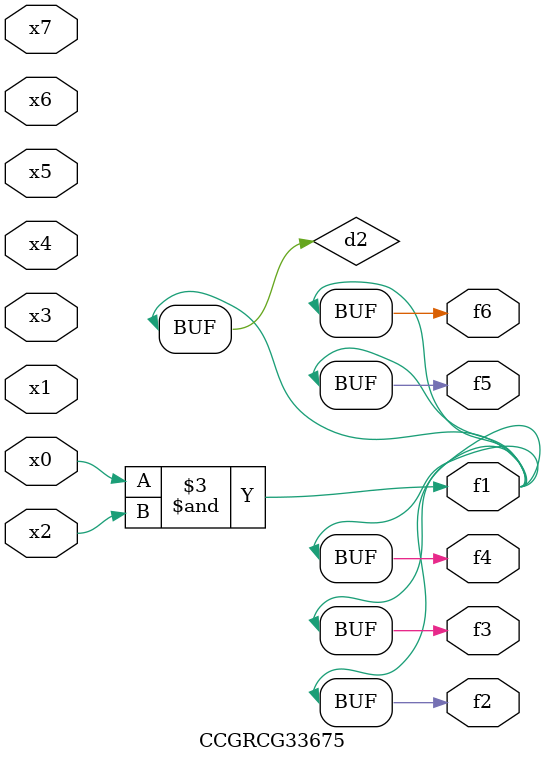
<source format=v>
module CCGRCG33675(
	input x0, x1, x2, x3, x4, x5, x6, x7,
	output f1, f2, f3, f4, f5, f6
);

	wire d1, d2;

	nor (d1, x3, x6);
	and (d2, x0, x2);
	assign f1 = d2;
	assign f2 = d2;
	assign f3 = d2;
	assign f4 = d2;
	assign f5 = d2;
	assign f6 = d2;
endmodule

</source>
